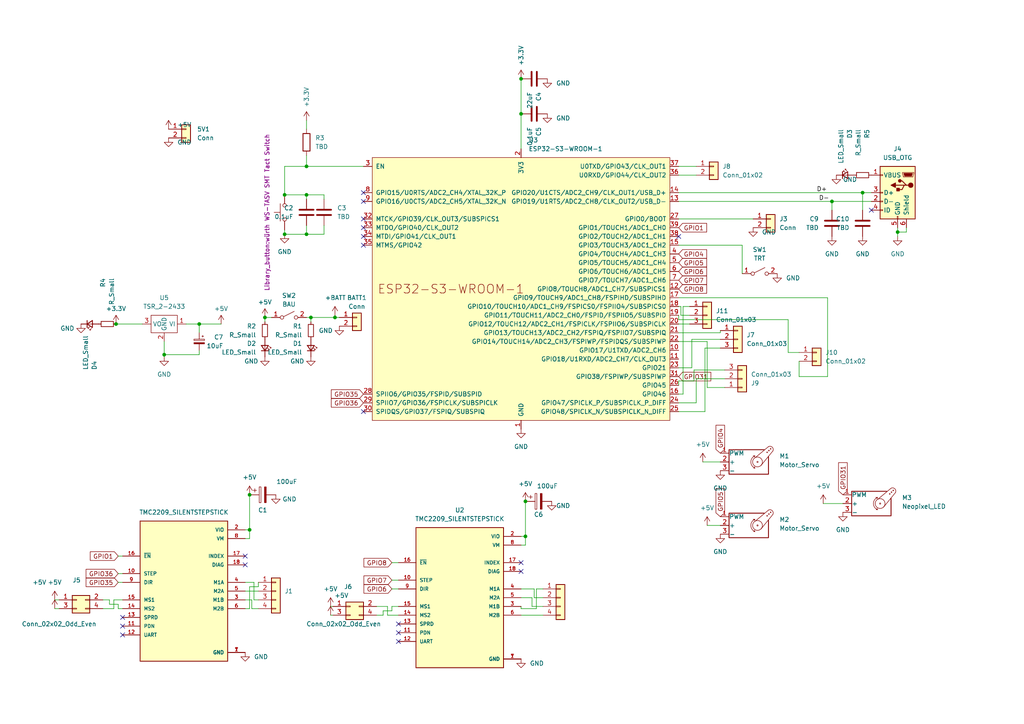
<source format=kicad_sch>
(kicad_sch (version 20230121) (generator eeschema)
  (paper "A4")
  (lib_symbols
    (symbol "Connector:USB_OTG" (pin_names (offset 1.016))
      (property "Reference" "J" (at -5.08 11.43 0))
      (property "Value" "USB_OTG" (at -5.08 8.89 0))
      (symbol "USB_OTG_0_1"
        (rectangle (start -5.08 -7.62) (end 5.08 7.62) (stroke (width 0.254)) (fill (type background)))
        (circle (center -3.81 2.159) (radius 0.635) (stroke (width 0.254)) (fill (type outline)))
        (circle (center -0.635 3.429) (radius 0.381) (stroke (width 0.254)) (fill (type outline)))
        (rectangle (start -0.127 -7.62) (end 0.127 -6.858))
        (polyline (pts (xy -1.905 2.159) (xy 0.635 2.159)) (stroke (width 0.254)))
        (polyline (pts (xy -3.175 2.159) (xy -2.54 2.159) (xy -1.27 3.429) (xy -0.635 3.429)) (stroke (width 0.254)))
        (polyline (pts (xy -2.54 2.159) (xy -1.905 2.159) (xy -1.27 0.889) (xy 0 0.889)) (stroke (width 0.254)))
        (polyline (pts (xy 0.635 2.794) (xy 0.635 1.524) (xy 1.905 2.159) (xy 0.635 2.794)) (stroke (width 0.254)) (fill (type outline)))
        (polyline (pts (xy -4.318 5.588) (xy -1.778 5.588) (xy -2.032 4.826) (xy -4.064 4.826) (xy -4.318 5.588)) (fill (type outline)))
        (polyline (pts (xy -4.699 5.842) (xy -4.699 5.588) (xy -4.445 4.826) (xy -4.445 4.572) (xy -1.651 4.572) (xy -1.651 4.826) (xy -1.397 5.588) (xy -1.397 5.842) (xy -4.699 5.842)))
        (rectangle (start 0.254 1.27) (end -0.508 0.508) (stroke (width 0.254)) (fill (type outline)))
        (rectangle (start 5.08 -5.207) (end 4.318 -4.953))
        (rectangle (start 5.08 -2.667) (end 4.318 -2.413))
        (rectangle (start 5.08 -0.127) (end 4.318 0.127))
        (rectangle (start 5.08 4.953) (end 4.318 5.207))
      )
      (symbol "USB_OTG_1_1"
        (pin passive line (at 7.62 5.08 180) (length 2.54) (name "VBUS") (number "1"))
        (pin bidirectional line (at 7.62 -2.54 180) (length 2.54) (name "D-") (number "2"))
        (pin bidirectional line (at 7.62 0 180) (length 2.54) (name "D+") (number "3"))
        (pin passive line (at 7.62 -5.08 180) (length 2.54) (name "ID") (number "4"))
        (pin passive line (at 0 -10.16 90) (length 2.54) (name "GND") (number "5"))
        (pin passive line (at -2.54 -10.16 90) (length 2.54) (name "Shield") (number "6"))
      )
    )
    (symbol "Connector_Generic:Conn_01x02" (pin_names (offset 1.016) hide)
      (property "Reference" "J" (at 0 2.54 0))
      (property "Value" "Conn_01x02" (at 0 -5.08 0))
      (symbol "Conn_01x02_1_1"
        (rectangle (start -1.27 -2.413) (end 0 -2.667) (stroke (width 0.1524)))
        (rectangle (start -1.27 0.127) (end 0 -0.127) (stroke (width 0.1524)))
        (rectangle (start -1.27 1.27) (end 1.27 -3.81) (stroke (width 0.254)) (fill (type background)))
        (pin passive line (at -5.08 0 0) (length 3.81) (name "Pin_1") (number "1"))
        (pin passive line (at -5.08 -2.54 0) (length 3.81) (name "Pin_2") (number "2"))
      )
    )
    (symbol "Connector_Generic:Conn_01x03" (pin_names (offset 1.016) hide)
      (property "Reference" "J" (at 0 5.08 0))
      (property "Value" "Conn_01x03" (at 0 -5.08 0))
      (symbol "Conn_01x03_1_1"
        (rectangle (start -1.27 -2.413) (end 0 -2.667) (stroke (width 0.1524)))
        (rectangle (start -1.27 0.127) (end 0 -0.127) (stroke (width 0.1524)))
        (rectangle (start -1.27 2.667) (end 0 2.413) (stroke (width 0.1524)))
        (rectangle (start -1.27 3.81) (end 1.27 -3.81) (stroke (width 0.254)) (fill (type background)))
        (pin passive line (at -5.08 2.54 0) (length 3.81) (name "Pin_1") (number "1"))
        (pin passive line (at -5.08 0 0) (length 3.81) (name "Pin_2") (number "2"))
        (pin passive line (at -5.08 -2.54 0) (length 3.81) (name "Pin_3") (number "3"))
      )
    )
    (symbol "Connector_Generic:Conn_01x04" (pin_names (offset 1.016) hide)
      (property "Reference" "J" (at 0 5.08 0))
      (property "Value" "Conn_01x04" (at 0 -7.62 0))
      (symbol "Conn_01x04_1_1"
        (rectangle (start -1.27 -4.953) (end 0 -5.207) (stroke (width 0.1524)))
        (rectangle (start -1.27 -2.413) (end 0 -2.667) (stroke (width 0.1524)))
        (rectangle (start -1.27 0.127) (end 0 -0.127) (stroke (width 0.1524)))
        (rectangle (start -1.27 2.667) (end 0 2.413) (stroke (width 0.1524)))
        (rectangle (start -1.27 3.81) (end 1.27 -6.35) (stroke (width 0.254)) (fill (type background)))
        (pin passive line (at -5.08 2.54 0) (length 3.81) (name "Pin_1") (number "1"))
        (pin passive line (at -5.08 0 0) (length 3.81) (name "Pin_2") (number "2"))
        (pin passive line (at -5.08 -2.54 0) (length 3.81) (name "Pin_3") (number "3"))
        (pin passive line (at -5.08 -5.08 0) (length 3.81) (name "Pin_4") (number "4"))
      )
    )
    (symbol "Connector_Generic:Conn_02x02_Odd_Even" (pin_names (offset 1.016) hide)
      (property "Reference" "J" (at 1.27 2.54 0))
      (property "Value" "Conn_02x02_Odd_Even" (at 1.27 -5.08 0))
      (symbol "Conn_02x02_Odd_Even_1_1"
        (rectangle (start -1.27 -2.413) (end 0 -2.667) (stroke (width 0.1524)))
        (rectangle (start -1.27 0.127) (end 0 -0.127) (stroke (width 0.1524)))
        (rectangle (start -1.27 1.27) (end 3.81 -3.81) (stroke (width 0.254)) (fill (type background)))
        (rectangle (start 3.81 -2.413) (end 2.54 -2.667) (stroke (width 0.1524)))
        (rectangle (start 3.81 0.127) (end 2.54 -0.127) (stroke (width 0.1524)))
        (pin passive line (at -5.08 0 0) (length 3.81) (name "Pin_1") (number "1"))
        (pin passive line (at 7.62 0 180) (length 3.81) (name "Pin_2") (number "2"))
        (pin passive line (at -5.08 -2.54 0) (length 3.81) (name "Pin_3") (number "3"))
        (pin passive line (at 7.62 -2.54 180) (length 3.81) (name "Pin_4") (number "4"))
      )
    )
    (symbol "Device:C" (pin_numbers hide) (pin_names (offset 0.254))
      (property "Reference" "C" (at 0.635 2.54 0))
      (property "Value" "C" (at 0.635 -2.54 0))
      (symbol "C_0_1"
        (polyline (pts (xy -2.032 -0.762) (xy 2.032 -0.762)) (stroke (width 0.508)))
        (polyline (pts (xy -2.032 0.762) (xy 2.032 0.762)) (stroke (width 0.508)))
      )
      (symbol "C_1_1"
        (pin passive line (at 0 3.81 270) (length 2.794) (name "~") (number "1"))
        (pin passive line (at 0 -3.81 90) (length 2.794) (name "~") (number "2"))
      )
    )
    (symbol "Device:C_Polarized" (pin_numbers hide) (pin_names (offset 0.254))
      (property "Reference" "C" (at 0.635 2.54 0))
      (property "Value" "C_Polarized" (at 0.635 -2.54 0))
      (symbol "C_Polarized_0_1"
        (rectangle (start -2.286 0.508) (end 2.286 1.016))
        (polyline (pts (xy -1.778 2.286) (xy -0.762 2.286)))
        (polyline (pts (xy -1.27 2.794) (xy -1.27 1.778)))
        (rectangle (start 2.286 -0.508) (end -2.286 -1.016) (fill (type outline)))
      )
      (symbol "C_Polarized_1_1"
        (pin passive line (at 0 3.81 270) (length 2.794) (name "~") (number "1"))
        (pin passive line (at 0 -3.81 90) (length 2.794) (name "~") (number "2"))
      )
    )
    (symbol "Device:C_Polarized_Small" (pin_numbers hide) (pin_names (offset 0.254) hide)
      (property "Reference" "C" (at 0.254 1.778 0))
      (property "Value" "C_Polarized_Small" (at 0.254 -2.032 0))
      (symbol "C_Polarized_Small_0_1"
        (rectangle (start -1.524 -0.3048) (end 1.524 -0.6858) (fill (type outline)))
        (rectangle (start -1.524 0.6858) (end 1.524 0.3048))
        (polyline (pts (xy -1.27 1.524) (xy -0.762 1.524)))
        (polyline (pts (xy -1.016 1.27) (xy -1.016 1.778)))
      )
      (symbol "C_Polarized_Small_1_1"
        (pin passive line (at 0 2.54 270) (length 1.8542) (name "~") (number "1"))
        (pin passive line (at 0 -2.54 90) (length 1.8542) (name "~") (number "2"))
      )
    )
    (symbol "Device:LED_Small" (pin_numbers hide) (pin_names (offset 0.254) hide)
      (property "Reference" "D" (at -1.27 3.175 0))
      (property "Value" "LED_Small" (at -4.445 -2.54 0))
      (symbol "LED_Small_0_1"
        (polyline (pts (xy -0.762 -1.016) (xy -0.762 1.016)) (stroke (width 0.254)))
        (polyline (pts (xy 1.016 0) (xy -0.762 0)))
        (polyline (pts (xy 0.762 -1.016) (xy -0.762 0) (xy 0.762 1.016) (xy 0.762 -1.016)) (stroke (width 0.254)))
        (polyline (pts (xy 0 0.762) (xy -0.508 1.27) (xy -0.254 1.27) (xy -0.508 1.27) (xy -0.508 1.016)))
        (polyline (pts (xy 0.508 1.27) (xy 0 1.778) (xy 0.254 1.778) (xy 0 1.778) (xy 0 1.524)))
      )
      (symbol "LED_Small_1_1"
        (pin passive line (at -2.54 0 0) (length 1.778) (name "K") (number "1"))
        (pin passive line (at 2.54 0 180) (length 1.778) (name "A") (number "2"))
      )
    )
    (symbol "Device:R" (pin_numbers hide) (pin_names (offset 0))
      (property "Reference" "R" (at 2.032 0 90))
      (property "Value" "R" (at 0 0 90))
      (symbol "R_0_1"
        (rectangle (start -1.016 -2.54) (end 1.016 2.54) (stroke (width 0.254)))
      )
      (symbol "R_1_1"
        (pin passive line (at 0 3.81 270) (length 1.27) (name "~") (number "1"))
        (pin passive line (at 0 -3.81 90) (length 1.27) (name "~") (number "2"))
      )
    )
    (symbol "Device:R_Small" (pin_numbers hide) (pin_names (offset 0.254) hide)
      (property "Reference" "R" (at 0.762 0.508 0))
      (property "Value" "R_Small" (at 0.762 -1.016 0))
      (symbol "R_Small_0_1"
        (rectangle (start -0.762 1.778) (end 0.762 -1.778) (stroke (width 0.2032)))
      )
      (symbol "R_Small_1_1"
        (pin passive line (at 0 2.54 270) (length 0.762) (name "~") (number "1"))
        (pin passive line (at 0 -2.54 90) (length 0.762) (name "~") (number "2"))
      )
    )
    (symbol "ESP32:ESP32-S3-WROOM-1" (pin_names (offset 1.016))
      (property "Reference" "U" (at -43.18 43.18 0))
      (property "Value" "ESP32-S3-WROOM-1" (at -43.18 40.64 0))
      (symbol "ESP32-S3-WROOM-1_0_0"
        (text "ESP32-S3-WROOM-1" (at -20.32 0 0) (effects (font (size 2.54 2.54))))
        (pin power_in line (at 0 -40.64 90) (length 2.54) (name "GND") (number "1"))
        (pin bidirectional line (at 45.72 -17.78 180) (length 2.54) (name "GPIO17/U1TXD/ADC2_CH6") (number "10"))
        (pin bidirectional line (at 45.72 -20.32 180) (length 2.54) (name "GPIO18/U1RXD/ADC2_CH7/CLK_OUT3") (number "11"))
        (pin bidirectional line (at 45.72 0 180) (length 2.54) (name "GPIO8/TOUCH8/ADC1_CH7/SUBSPICS1") (number "12"))
        (pin bidirectional line (at 45.72 25.4 180) (length 2.54) (name "GPIO19/U1RTS/ADC2_CH8/CLK_OUT2/USB_D-") (number "13"))
        (pin bidirectional line (at 45.72 27.94 180) (length 2.54) (name "GPIO20/U1CTS/ADC2_CH9/CLK_OUT1/USB_D+") (number "14"))
        (pin bidirectional line (at 45.72 12.7 180) (length 2.54) (name "GPIO3/TOUCH3/ADC1_CH2") (number "15"))
        (pin bidirectional line (at 45.72 -30.48 180) (length 2.54) (name "GPIO46") (number "16"))
        (pin bidirectional line (at 45.72 -2.54 180) (length 2.54) (name "GPIO9/TOUCH9/ADC1_CH8/FSPIHD/SUBSPIHD") (number "17"))
        (pin bidirectional line (at 45.72 -5.08 180) (length 2.54) (name "GPIO10/TOUCH10/ADC1_CH9/FSPICS0/FSPIIO4/SUBSPICS0") (number "18"))
        (pin bidirectional line (at 45.72 -7.62 180) (length 2.54) (name "GPIO11/TOUCH11/ADC2_CH0/FSPID/FSPIIO5/SUBSPID") (number "19"))
        (pin power_in line (at 0 40.64 270) (length 2.54) (name "3V3") (number "2"))
        (pin bidirectional line (at 45.72 -10.16 180) (length 2.54) (name "GPIO12/TOUCH12/ADC2_CH1/FSPICLK/FSPIIO6/SUBSPICLK") (number "20"))
        (pin bidirectional line (at 45.72 -12.7 180) (length 2.54) (name "GPIO13/TOUCH13/ADC2_CH2/FSPIQ/FSPIIO7/SUBSPIQ") (number "21"))
        (pin bidirectional line (at 45.72 -15.24 180) (length 2.54) (name "GPIO14/TOUCH14/ADC2_CH3/FSPIWP/FSPIDQS/SUBSPIWP") (number "22"))
        (pin bidirectional line (at 45.72 -22.86 180) (length 2.54) (name "GPIO21") (number "23"))
        (pin bidirectional line (at 45.72 -33.02 180) (length 2.54) (name "GPIO47/SPICLK_P/SUBSPICLK_P_DIFF") (number "24"))
        (pin bidirectional line (at 45.72 -35.56 180) (length 2.54) (name "GPIO48/SPICLK_N/SUBSPICLK_N_DIFF") (number "25"))
        (pin bidirectional line (at 45.72 -27.94 180) (length 2.54) (name "GPIO45") (number "26"))
        (pin bidirectional line (at 45.72 20.32 180) (length 2.54) (name "GPIO0/BOOT") (number "27"))
        (pin bidirectional line (at -45.72 -30.48 0) (length 2.54) (name "SPIIO6/GPIO35/FSPID/SUBSPID") (number "28"))
        (pin bidirectional line (at -45.72 -33.02 0) (length 2.54) (name "SPIIO7/GPIO36/FSPICLK/SUBSPICLK") (number "29"))
        (pin input line (at -45.72 35.56 0) (length 2.54) (name "EN") (number "3"))
        (pin bidirectional line (at -45.72 -35.56 0) (length 2.54) (name "SPIDQS/GPIO37/FSPIQ/SUBSPIQ") (number "30"))
        (pin bidirectional line (at 45.72 -25.4 180) (length 2.54) (name "GPIO38/FSPIWP/SUBSPIWP") (number "31"))
        (pin bidirectional line (at -45.72 20.32 0) (length 2.54) (name "MTCK/GPIO39/CLK_OUT3/SUBSPICS1") (number "32"))
        (pin bidirectional line (at -45.72 17.78 0) (length 2.54) (name "MTDO/GPIO40/CLK_OUT2") (number "33"))
        (pin bidirectional line (at -45.72 15.24 0) (length 2.54) (name "MTDI/GPIO41/CLK_OUT1") (number "34"))
        (pin bidirectional line (at -45.72 12.7 0) (length 2.54) (name "MTMS/GPIO42") (number "35"))
        (pin bidirectional line (at 45.72 33.02 180) (length 2.54) (name "U0RXD/GPIO44/CLK_OUT2") (number "36"))
        (pin bidirectional line (at 45.72 35.56 180) (length 2.54) (name "U0TXD/GPIO43/CLK_OUT1") (number "37"))
        (pin bidirectional line (at 45.72 15.24 180) (length 2.54) (name "GPIO2/TOUCH2/ADC1_CH1") (number "38"))
        (pin bidirectional line (at 45.72 17.78 180) (length 2.54) (name "GPIO1/TOUCH1/ADC1_CH0") (number "39"))
        (pin bidirectional line (at 45.72 10.16 180) (length 2.54) (name "GPIO4/TOUCH4/ADC1_CH3") (number "4"))
        (pin passive line (at 0 -40.64 90) (length 2.54) hide (name "GND") (number "40"))
        (pin passive line (at 0 -40.64 90) (length 2.54) hide (name "GND") (number "41"))
        (pin bidirectional line (at 45.72 7.62 180) (length 2.54) (name "GPIO5/TOUCH5/ADC1_CH4") (number "5"))
        (pin bidirectional line (at 45.72 5.08 180) (length 2.54) (name "GPIO6/TOUCH6/ADC1_CH5") (number "6"))
        (pin bidirectional line (at 45.72 2.54 180) (length 2.54) (name "GPIO7/TOUCH7/ADC1_CH6") (number "7"))
        (pin bidirectional line (at -45.72 27.94 0) (length 2.54) (name "GPIO15/U0RTS/ADC2_CH4/XTAL_32K_P") (number "8"))
        (pin bidirectional line (at -45.72 25.4 0) (length 2.54) (name "GPIO16/U0CTS/ADC2_CH5/XTAL_32K_N") (number "9"))
      )
      (symbol "ESP32-S3-WROOM-1_0_1"
        (rectangle (start -43.18 38.1) (end 43.18 -38.1) (fill (type background)))
      )
    )
    (symbol "Motor:Motor_Servo" (pin_names (offset 0.0254))
      (property "Reference" "M" (at -5.08 4.445 0))
      (property "Value" "Motor_Servo" (at -5.08 -4.064 0))
      (symbol "Motor_Servo_0_1"
        (polyline (pts (xy 2.413 -1.778) (xy 2.032 -1.778)))
        (polyline (pts (xy 2.413 -1.778) (xy 2.286 -1.397)))
        (polyline (pts (xy 2.413 1.778) (xy 1.905 1.778)))
        (polyline (pts (xy 2.413 1.778) (xy 2.286 1.397)))
        (polyline (pts (xy 6.35 4.445) (xy 2.54 1.27)))
        (polyline (pts (xy 7.62 3.175) (xy 4.191 -1.016)))
        (polyline (pts (xy 5.08 3.556) (xy -5.08 3.556) (xy -5.08 -3.556) (xy 6.35 -3.556) (xy 6.35 1.524)) (stroke (width 0.254)))
        (arc (start 2.413 1.778) (mid 1.2406 0) (end 2.413 -1.778))
        (circle (center 3.175 0) (radius 0.1778))
        (circle (center 3.175 0) (radius 1.4224))
        (circle (center 5.969 2.794) (radius 0.127))
        (circle (center 6.477 3.302) (radius 0.127))
        (circle (center 6.985 3.81) (radius 0.127))
        (arc (start 7.62 3.175) (mid 7.4485 4.2735) (end 6.35 4.445))
      )
      (symbol "Motor_Servo_1_1"
        (pin passive line (at -7.62 2.54 0) (length 2.54) (name "PWM") (number "1"))
        (pin passive line (at -7.62 0 0) (length 2.54) (name "+") (number "2"))
        (pin passive line (at -7.62 -2.54 0) (length 2.54) (name "-") (number "3"))
      )
    )
    (symbol "Switch:SW_Push" (pin_numbers hide) (pin_names (offset 1.016) hide)
      (property "Reference" "SW" (at 1.27 2.54 0))
      (property "Value" "SW_Push" (at 0 -1.524 0))
      (symbol "SW_Push_0_1"
        (circle (center -2.032 0) (radius 0.508))
        (polyline (pts (xy 0 1.27) (xy 0 3.048)))
        (polyline (pts (xy 2.54 1.27) (xy -2.54 1.27)))
        (circle (center 2.032 0) (radius 0.508))
        (pin passive line (at -5.08 0 0) (length 2.54) (name "1") (number "1"))
        (pin passive line (at 5.08 0 180) (length 2.54) (name "2") (number "2"))
      )
    )
    (symbol "Switch:SW_SPST" (pin_names (offset 0) hide)
      (property "Reference" "SW" (at 0 3.175 0))
      (property "Value" "SW_SPST" (at 0 -2.54 0))
      (symbol "SW_SPST_0_0"
        (circle (center -2.032 0) (radius 0.508))
        (polyline (pts (xy -1.524 0.254) (xy 1.524 1.778)))
        (circle (center 2.032 0) (radius 0.508))
      )
      (symbol "SW_SPST_1_1"
        (pin passive line (at -5.08 0 0) (length 2.54) (name "A") (number "1"))
        (pin passive line (at 5.08 0 180) (length 2.54) (name "B") (number "2"))
      )
    )
    (symbol "TMC2209:TMC2209_SILENTSTEPSTICK" (pin_names (offset 1.016))
      (property "Reference" "U" (at -12.7 22.86 0))
      (property "Value" "TMC2209_SILENTSTEPSTICK" (at -12.7 -22.86 0))
      (symbol "TMC2209_SILENTSTEPSTICK_0_0"
        (rectangle (start -12.7 -20.32) (end 12.7 20.32) (stroke (width 0.254)) (fill (type background)))
        (pin power_in line (at 17.78 -17.78 180) (length 5.08) (name "GND") (number "1"))
        (pin input line (at -17.78 5.08 0) (length 5.08) (name "STEP") (number "10"))
        (pin bidirectional line (at -17.78 -10.16 0) (length 5.08) (name "PDN") (number "11"))
        (pin bidirectional line (at -17.78 -12.7 0) (length 5.08) (name "UART") (number "12"))
        (pin input line (at -17.78 -7.62 0) (length 5.08) (name "SPRD") (number "13"))
        (pin input line (at -17.78 -5.08 0) (length 5.08) (name "MS2") (number "14"))
        (pin input line (at -17.78 -2.54 0) (length 5.08) (name "MS1") (number "15"))
        (pin input line (at -17.78 10.16 0) (length 5.08) (name "~{EN}") (number "16"))
        (pin output line (at 17.78 10.16 180) (length 5.08) (name "INDEX") (number "17"))
        (pin output line (at 17.78 7.62 180) (length 5.08) (name "DIAG") (number "18"))
        (pin power_in line (at 17.78 17.78 180) (length 5.08) (name "VIO") (number "2"))
        (pin output line (at 17.78 -2.54 180) (length 5.08) (name "M1B") (number "3"))
        (pin output line (at 17.78 2.54 180) (length 5.08) (name "M1A") (number "4"))
        (pin output line (at 17.78 0 180) (length 5.08) (name "M2A") (number "5"))
        (pin output line (at 17.78 -5.08 180) (length 5.08) (name "M2B") (number "6"))
        (pin power_in line (at 17.78 -17.78 180) (length 5.08) (name "GND") (number "7"))
        (pin power_in line (at 17.78 15.24 180) (length 5.08) (name "VM") (number "8"))
        (pin input line (at -17.78 2.54 0) (length 5.08) (name "DIR") (number "9"))
      )
    )
    (symbol "power:+3.3V" (power) (pin_names (offset 0))
      (property "Value" "+3.3V" (at 0 3.556 0))
      (symbol "+3.3V_0_1"
        (polyline (pts (xy -0.762 1.27) (xy 0 2.54)))
        (polyline (pts (xy 0 0) (xy 0 2.54)))
        (polyline (pts (xy 0 2.54) (xy 0.762 1.27)))
      )
      (symbol "+3.3V_1_1"
        (pin power_in line (at 0 0 90) (length 0) hide (name "+3.3V") (number "1"))
      )
    )
    (symbol "power:+5V" (power) (pin_names (offset 0))
      (property "Value" "+5V" (at 0 3.556 0))
      (symbol "+5V_0_1"
        (polyline (pts (xy -0.762 1.27) (xy 0 2.54)))
        (polyline (pts (xy 0 0) (xy 0 2.54)))
        (polyline (pts (xy 0 2.54) (xy 0.762 1.27)))
      )
      (symbol "+5V_1_1"
        (pin power_in line (at 0 0 90) (length 0) hide (name "+5V") (number "1"))
      )
    )
    (symbol "power:+BATT" (power) (pin_names (offset 0))
      (property "Value" "+BATT" (at 0 3.556 0))
      (symbol "+BATT_0_1"
        (polyline (pts (xy -0.762 1.27) (xy 0 2.54)))
        (polyline (pts (xy 0 0) (xy 0 2.54)))
        (polyline (pts (xy 0 2.54) (xy 0.762 1.27)))
      )
      (symbol "+BATT_1_1"
        (pin power_in line (at 0 0 90) (length 0) hide (name "+BATT") (number "1"))
      )
    )
    (symbol "power:GND" (power) (pin_names (offset 0))
      (property "Value" "GND" (at 0 -3.81 0))
      (symbol "GND_0_1"
        (polyline (pts (xy 0 0) (xy 0 -1.27) (xy 1.27 -1.27) (xy 0 -2.54) (xy -1.27 -1.27) (xy 0 -1.27)))
      )
      (symbol "GND_1_1"
        (pin power_in line (at 0 0 270) (length 0) hide (name "GND") (number "1"))
      )
    )
    (symbol "traco:TSR_2-2433"
      (property "Reference" "U" (at 0 5.08 0))
      (property "Value" "TSR_2-2433" (at 0 3.81 0))
      (symbol "TSR_2-2433_0_1"
        (rectangle (start -3.81 2.54) (end 3.81 -2.54))
      )
      (symbol "TSR_2-2433_1_1"
        (pin free line (at -6.35 0 0) (length 2.54) (name "VI") (number "1"))
        (pin free line (at 0 -5.08 90) (length 2.54) (name "GND") (number "2"))
        (pin free line (at 6.35 0 180) (length 2.54) (name "VO") (number "3"))
      )
    )
  )
  (junction (at 88.9 48.26))
  (junction (at 76.835 92.075))
  (junction (at 152.4 145.415))
  (junction (at 88.9 56.515))
  (junction (at 151.13 33.02))
  (junction (at 72.39 143.51))
  (junction (at 72.39 153.67))
  (junction (at 90.17 92.075))
  (junction (at 82.55 67.945))
  (junction (at 33.655 93.98))
  (junction (at 250.19 55.88))
  (junction (at 82.55 56.515))
  (junction (at 152.4 155.575))
  (junction (at 88.9 67.945))
  (junction (at 97.155 92.075))
  (junction (at 260.35 67.31))
  (junction (at 47.625 102.87))
  (junction (at 57.785 93.98))
  (junction (at 151.13 22.86))
  (junction (at 241.3 58.42))
  (no_connect (at 105.41 55.88))
  (no_connect (at 105.41 68.58))
  (no_connect (at 71.12 161.29))
  (no_connect (at 105.41 63.5))
  (no_connect (at 115.57 183.515))
  (no_connect (at 115.57 186.055))
  (no_connect (at 115.57 180.975))
  (no_connect (at 196.85 68.58))
  (no_connect (at 35.56 179.07))
  (no_connect (at 35.56 184.15))
  (no_connect (at 151.13 163.195))
  (no_connect (at 71.12 163.83))
  (no_connect (at 105.41 58.42))
  (no_connect (at 105.41 66.04))
  (no_connect (at 35.56 181.61))
  (no_connect (at 252.73 60.96))
  (no_connect (at 151.13 165.735))
  (no_connect (at 105.41 71.12))
  (no_connect (at 105.41 119.38))
  (wire (pts (xy 260.35 67.31) (xy 260.35 68.58)))
  (wire (pts (xy 72.39 153.67) (xy 71.12 153.67)))
  (wire (pts (xy 228.6 92.71) (xy 228.6 102.235)))
  (wire (pts (xy 152.4 155.575) (xy 151.13 155.575)))
  (wire (pts (xy 196.85 92.71) (xy 228.6 92.71)))
  (wire (pts (xy 98.425 92.075) (xy 97.155 92.075)))
  (wire (pts (xy 204.47 100.965) (xy 208.915 100.965)))
  (wire (pts (xy 112.395 178.435) (xy 115.57 178.435)))
  (wire (pts (xy 82.55 67.945) (xy 82.55 66.675)))
  (wire (pts (xy 204.47 119.38) (xy 204.47 100.965)))
  (wire (pts (xy 231.775 104.775) (xy 231.775 109.22)))
  (wire (pts (xy 151.13 158.115) (xy 152.4 158.115)))
  (wire (pts (xy 196.85 86.36) (xy 240.03 86.36)))
  (wire (pts (xy 57.785 102.87) (xy 47.625 102.87)))
  (wire (pts (xy 74.93 176.53) (xy 73.025 176.53)))
  (wire (pts (xy 34.29 176.53) (xy 35.56 176.53)))
  (wire (pts (xy 88.9 65.405) (xy 88.9 67.945)))
  (wire (pts (xy 31.75 175.26) (xy 34.29 175.26)))
  (wire (pts (xy 154.94 173.355) (xy 154.94 170.815)))
  (wire (pts (xy 47.625 99.06) (xy 47.625 102.87)))
  (wire (pts (xy 93.98 67.945) (xy 88.9 67.945)))
  (wire (pts (xy 72.39 156.21) (xy 72.39 153.67)))
  (wire (pts (xy 260.35 67.31) (xy 260.35 66.04)))
  (wire (pts (xy 33.02 176.53) (xy 33.02 173.99)))
  (wire (pts (xy 151.13 22.86) (xy 151.13 33.02)))
  (wire (pts (xy 33.02 173.99) (xy 35.56 173.99)))
  (wire (pts (xy 198.12 88.9) (xy 198.12 114.3)))
  (wire (pts (xy 74.93 170.18) (xy 74.93 168.91)))
  (wire (pts (xy 196.85 106.68) (xy 200.66 106.68)))
  (wire (pts (xy 34.29 168.91) (xy 35.56 168.91)))
  (wire (pts (xy 197.485 91.44) (xy 197.485 88.9)))
  (wire (pts (xy 71.12 156.21) (xy 72.39 156.21)))
  (wire (pts (xy 240.03 109.22) (xy 240.03 86.36)))
  (wire (pts (xy 113.665 168.275) (xy 115.57 168.275)))
  (wire (pts (xy 196.85 93.98) (xy 200.025 93.98)))
  (wire (pts (xy 200.025 91.44) (xy 197.485 91.44)))
  (wire (pts (xy 196.85 119.38) (xy 204.47 119.38)))
  (wire (pts (xy 154.305 173.355) (xy 151.13 173.355)))
  (wire (pts (xy 15.875 173.99) (xy 17.145 173.99)))
  (wire (pts (xy 111.125 177.165) (xy 113.665 177.165)))
  (wire (pts (xy 152.4 145.415) (xy 152.4 155.575)))
  (wire (pts (xy 95.885 178.435) (xy 96.52 178.435)))
  (wire (pts (xy 15.875 176.53) (xy 17.145 176.53)))
  (wire (pts (xy 57.785 93.98) (xy 57.785 96.52)))
  (wire (pts (xy 112.395 175.895) (xy 112.395 178.435)))
  (wire (pts (xy 74.93 173.99) (xy 73.66 173.99)))
  (wire (pts (xy 73.025 173.99) (xy 71.12 173.99)))
  (wire (pts (xy 151.13 178.435) (xy 157.48 178.435)))
  (wire (pts (xy 72.39 170.18) (xy 74.93 170.18)))
  (wire (pts (xy 72.39 176.53) (xy 72.39 170.18)))
  (wire (pts (xy 210.185 109.855) (xy 201.93 109.855)))
  (wire (pts (xy 151.13 33.02) (xy 151.13 43.18)))
  (wire (pts (xy 111.125 178.435) (xy 111.125 177.165)))
  (wire (pts (xy 238.76 146.05) (xy 244.475 146.05)))
  (wire (pts (xy 157.48 175.895) (xy 154.305 175.895)))
  (wire (pts (xy 154.94 170.815) (xy 151.13 170.815)))
  (wire (pts (xy 34.29 166.37) (xy 35.56 166.37)))
  (wire (pts (xy 198.12 114.3) (xy 196.85 114.3)))
  (wire (pts (xy 241.3 58.42) (xy 241.3 60.96)))
  (wire (pts (xy 196.85 111.76) (xy 196.85 110.49)))
  (wire (pts (xy 71.12 171.45) (xy 74.93 171.45)))
  (wire (pts (xy 250.19 55.88) (xy 250.19 60.96)))
  (wire (pts (xy 241.3 58.42) (xy 252.73 58.42)))
  (wire (pts (xy 154.305 175.895) (xy 154.305 173.355)))
  (wire (pts (xy 201.295 107.315) (xy 210.185 107.315)))
  (wire (pts (xy 78.74 92.075) (xy 76.835 92.075)))
  (wire (pts (xy 196.85 96.52) (xy 208.915 96.52)))
  (wire (pts (xy 71.12 176.53) (xy 72.39 176.53)))
  (wire (pts (xy 113.665 163.195) (xy 115.57 163.195)))
  (wire (pts (xy 73.025 176.53) (xy 73.025 173.99)))
  (wire (pts (xy 203.835 133.985) (xy 208.915 133.985)))
  (wire (pts (xy 231.775 109.22) (xy 240.03 109.22)))
  (wire (pts (xy 88.9 45.085) (xy 88.9 48.26)))
  (wire (pts (xy 208.915 96.52) (xy 208.915 95.885)))
  (wire (pts (xy 97.155 92.075) (xy 90.17 92.075)))
  (wire (pts (xy 93.98 65.405) (xy 93.98 67.945)))
  (wire (pts (xy 196.85 58.42) (xy 241.3 58.42)))
  (wire (pts (xy 34.29 175.26) (xy 34.29 176.53)))
  (wire (pts (xy 197.485 88.9) (xy 196.85 88.9)))
  (wire (pts (xy 210.185 112.395) (xy 205.105 112.395)))
  (wire (pts (xy 196.85 91.44) (xy 196.85 92.71)))
  (wire (pts (xy 82.55 48.26) (xy 82.55 56.515)))
  (wire (pts (xy 88.9 48.26) (xy 105.41 48.26)))
  (wire (pts (xy 31.75 173.99) (xy 31.75 175.26)))
  (wire (pts (xy 157.48 173.355) (xy 154.94 173.355)))
  (wire (pts (xy 201.295 110.49) (xy 201.295 107.315)))
  (wire (pts (xy 93.98 56.515) (xy 88.9 56.515)))
  (wire (pts (xy 95.885 175.895) (xy 96.52 175.895)))
  (wire (pts (xy 90.17 92.075) (xy 90.17 93.345)))
  (wire (pts (xy 196.85 48.26) (xy 201.93 48.26)))
  (wire (pts (xy 201.93 109.855) (xy 201.93 116.84)))
  (wire (pts (xy 57.785 93.98) (xy 53.975 93.98)))
  (wire (pts (xy 262.89 67.31) (xy 260.35 67.31)))
  (wire (pts (xy 200.66 98.425) (xy 208.915 98.425)))
  (wire (pts (xy 113.665 177.165) (xy 113.665 175.895)))
  (wire (pts (xy 113.665 170.815) (xy 115.57 170.815)))
  (wire (pts (xy 157.48 170.815) (xy 155.575 170.815)))
  (wire (pts (xy 252.73 55.88) (xy 250.19 55.88)))
  (wire (pts (xy 262.89 66.04) (xy 262.89 67.31)))
  (wire (pts (xy 41.275 93.98) (xy 33.655 93.98)))
  (wire (pts (xy 113.665 175.895) (xy 115.57 175.895)))
  (wire (pts (xy 205.105 99.06) (xy 196.85 99.06)))
  (wire (pts (xy 90.17 92.075) (xy 88.9 92.075)))
  (wire (pts (xy 93.98 57.785) (xy 93.98 56.515)))
  (wire (pts (xy 109.22 178.435) (xy 111.125 178.435)))
  (wire (pts (xy 205.105 152.4) (xy 208.915 152.4)))
  (wire (pts (xy 200.66 106.68) (xy 200.66 98.425)))
  (wire (pts (xy 88.9 34.925) (xy 88.9 37.465)))
  (wire (pts (xy 155.575 176.53) (xy 151.13 176.53)))
  (wire (pts (xy 97.155 91.44) (xy 97.155 92.075)))
  (wire (pts (xy 196.85 71.12) (xy 215.265 71.12)))
  (wire (pts (xy 201.93 116.84) (xy 196.85 116.84)))
  (wire (pts (xy 47.625 103.505) (xy 47.625 102.87)))
  (wire (pts (xy 34.29 161.29) (xy 35.56 161.29)))
  (wire (pts (xy 72.39 143.51) (xy 72.39 153.67)))
  (wire (pts (xy 196.85 110.49) (xy 201.295 110.49)))
  (wire (pts (xy 109.22 175.895) (xy 112.395 175.895)))
  (wire (pts (xy 151.13 176.53) (xy 151.13 175.895)))
  (wire (pts (xy 82.55 67.945) (xy 88.9 67.945)))
  (wire (pts (xy 57.785 101.6) (xy 57.785 102.87)))
  (wire (pts (xy 196.85 50.8) (xy 201.93 50.8)))
  (wire (pts (xy 64.135 93.98) (xy 57.785 93.98)))
  (wire (pts (xy 152.4 158.115) (xy 152.4 155.575)))
  (wire (pts (xy 29.845 173.99) (xy 31.75 173.99)))
  (wire (pts (xy 82.55 48.26) (xy 88.9 48.26)))
  (wire (pts (xy 73.66 168.91) (xy 71.12 168.91)))
  (wire (pts (xy 215.265 71.12) (xy 215.265 79.375)))
  (wire (pts (xy 76.835 93.345) (xy 76.835 92.075)))
  (wire (pts (xy 196.85 63.5) (xy 218.44 63.5)))
  (wire (pts (xy 29.845 176.53) (xy 33.02 176.53)))
  (wire (pts (xy 155.575 170.815) (xy 155.575 176.53)))
  (wire (pts (xy 88.9 56.515) (xy 88.9 57.785)))
  (wire (pts (xy 198.12 88.9) (xy 200.025 88.9)))
  (wire (pts (xy 205.105 112.395) (xy 205.105 99.06)))
  (wire (pts (xy 73.66 173.99) (xy 73.66 168.91)))
  (wire (pts (xy 196.85 55.88) (xy 250.19 55.88)))
  (wire (pts (xy 82.55 56.515) (xy 88.9 56.515)))
  (wire (pts (xy 228.6 102.235) (xy 231.775 102.235)))
  (label "D-" (at 237.49 58.42 0))
  (label "D+" (at 236.855 55.88 0))
  (global_label "GPIO35" (shape input) (at 34.29 168.91 180) (property "Intersheetrefs" "${INTERSHEET_REFS}" (effects hide)))
  (global_label "GPIO36" (shape input) (at 34.29 166.37 180) (property "Intersheetrefs" "${INTERSHEET_REFS}" (effects hide)))
  (global_label "GPIO5" (shape input) (at 208.915 149.86 90) (property "Intersheetrefs" "${INTERSHEET_REFS}" (effects hide)))
  (global_label "GPIO8" (shape input) (at 113.665 163.195 180) (property "Intersheetrefs" "${INTERSHEET_REFS}" (effects hide)))
  (global_label "GPIO31" (shape input) (at 196.85 109.22 0) (property "Intersheetrefs" "${INTERSHEET_REFS}" (effects hide)))
  (global_label "GPIO6" (shape input) (at 113.665 170.815 180) (property "Intersheetrefs" "${INTERSHEET_REFS}" (effects hide)))
  (global_label "GPIO4" (shape input) (at 208.915 131.445 90) (property "Intersheetrefs" "${INTERSHEET_REFS}" (effects hide)))
  (global_label "GPIO35" (shape input) (at 105.41 114.3 180) (property "Intersheetrefs" "${INTERSHEET_REFS}" (effects hide)))
  (global_label "GPIO36" (shape input) (at 105.41 116.84 180) (property "Intersheetrefs" "${INTERSHEET_REFS}" (effects hide)))
  (global_label "GPIO5" (shape input) (at 196.85 76.2 0) (property "Intersheetrefs" "${INTERSHEET_REFS}" (effects hide)))
  (global_label "GPIO4" (shape input) (at 196.85 73.66 0) (property "Intersheetrefs" "${INTERSHEET_REFS}" (effects hide)))
  (global_label "GPIO31" (shape input) (at 244.475 143.51 90) (property "Intersheetrefs" "${INTERSHEET_REFS}" (effects hide)))
  (global_label "GPIO8" (shape input) (at 196.85 83.82 0) (property "Intersheetrefs" "${INTERSHEET_REFS}" (effects hide)))
  (global_label "GPIO6" (shape input) (at 196.85 78.74 0) (property "Intersheetrefs" "${INTERSHEET_REFS}" (effects hide)))
  (global_label "GPIO7" (shape input) (at 196.85 81.28 0) (property "Intersheetrefs" "${INTERSHEET_REFS}" (effects hide)))
  (global_label "GPIO1" (shape input) (at 34.29 161.29 180) (property "Intersheetrefs" "${INTERSHEET_REFS}" (effects hide)))
  (global_label "GPIO1" (shape input) (at 196.85 66.04 0) (property "Intersheetrefs" "${INTERSHEET_REFS}" (effects hide)))
  (global_label "GPIO7" (shape input) (at 113.665 168.275 180) (property "Intersheetrefs" "${INTERSHEET_REFS}" (effects hide)))
  (symbol (lib_id "power:GND") (at 90.17 103.505 0) (unit 1)
    (property "Reference" "#PWR05" (effects hide))
    (property "Value" "GND" (at 88.265 104.775 0) (effects (justify right)))
  )
  (symbol (lib_id "power:+BATT") (at 97.155 91.44 0) (unit 1)
    (property "Reference" "#PWR04" (effects hide))
    (property "Value" "+BATT" (at 100.33 86.36 0) (effects (justify right)))
  )
  (symbol (lib_id "Connector_Generic:Conn_01x03") (at 213.995 98.425 0) (unit 1)
    (property "Reference" "J7" (at 216.535 97.155 0) (effects (justify left)))
    (property "Value" "Conn_01x03" (at 216.535 99.695 0) (effects (justify left)))
    (property "Footprint" "Connector_PinHeader_2.54mm:PinHeader_1x03_P2.54mm_Vertical" (effects hide))
  )
  (symbol (lib_id "Device:C_Polarized_Small") (at 57.785 99.06 0) (mirror y) (unit 1)
    (property "Reference" "C7" (at 64.77 97.79 0) (effects (justify left)))
    (property "Value" "10uF" (at 64.77 100.33 0) (effects (justify left)))
    (property "Footprint" "Capacitor_THT:CP_Radial_D5.0mm_P2.50mm" (effects hide))
  )
  (symbol (lib_id "ESP32:ESP32-S3-WROOM-1") (at 151.13 83.82 0) (unit 1)
    (property "Reference" "U3" (at 153.3241 40.64 0) (effects (justify left)))
    (property "Value" "ESP32-S3-WROOM-1" (at 153.3241 43.18 0) (effects (justify left)))
    (property "Footprint" "esp32:ESP32-S3-WROOM-1" (effects hide))
    (property "Datasheet" "https://www.espressif.com/sites/default/files/documentation/esp32-s3-wroom-1_wroom-1u_datasheet_en.pdf" (effects hide))
  )
  (symbol (lib_id "Motor:Motor_Servo") (at 216.535 133.985 0) (unit 1)
    (property "Reference" "M1" (at 226.06 132.2816 0) (effects (justify left)))
    (property "Value" "Motor_Servo" (at 226.06 134.8216 0) (effects (justify left)))
    (property "Footprint" "Connector_PinHeader_2.54mm:PinHeader_1x03_P2.54mm_Vertical" (effects hide))
    (property "Datasheet" "http://forums.parallax.com/uploads/attachments/46831/74481.png" (effects hide))
  )
  (symbol (lib_id "Motor:Motor_Servo") (at 252.095 146.05 0) (unit 1)
    (property "Reference" "M3" (at 261.62 144.3466 0) (effects (justify left)))
    (property "Value" "Neopixel_LED" (at 261.62 146.8866 0) (effects (justify left)))
    (property "Footprint" "Connector_PinHeader_2.54mm:PinHeader_1x03_P2.54mm_Vertical" (effects hide))
    (property "Datasheet" "http://forums.parallax.com/uploads/attachments/46831/74481.png" (effects hide))
  )
  (symbol (lib_id "Device:C_Polarized") (at 76.2 143.51 90) (mirror x) (unit 1)
    (property "Reference" "C1" (at 76.2 147.955 90))
    (property "Value" "100uF" (at 83.185 139.7 90))
    (property "Footprint" "Capacitor_THT:CP_Radial_D10.0mm_P3.50mm" (effects hide))
  )
  (symbol (lib_id "Connector_Generic:Conn_02x02_Odd_Even") (at 101.6 175.895 0) (unit 1)
    (property "Reference" "J6" (at 100.965 170.18 0))
    (property "Value" "Conn_02x02_Odd_Even" (at 99.695 180.975 0))
    (property "Footprint" "Connector_PinHeader_2.54mm:PinHeader_2x02_P2.54mm_Vertical" (effects hide))
  )
  (symbol (lib_id "power:GND") (at 80.01 143.51 0) (mirror y) (unit 1)
    (property "Reference" "#PWR012" (effects hide))
    (property "Value" "GND" (at 81.915 144.78 0) (effects (justify right)))
  )
  (symbol (lib_id "Switch:SW_SPST") (at 220.345 79.375 0) (unit 1)
    (property "Reference" "SW1" (at 220.345 72.39 0))
    (property "Value" "TRT" (at 220.345 74.93 0))
    (property "Footprint" "Connector_Molex:Molex_KK-254_AE-6410-02A_1x02_P2.54mm_Vertical" (effects hide))
  )
  (symbol (lib_id "power:GND") (at 241.3 68.58 0) (mirror y) (unit 1)
    (property "Reference" "#PWR031" (effects hide))
    (property "Value" "GND" (at 241.3 73.66 0))
  )
  (symbol (lib_id "power:+5V") (at 15.875 173.99 0) (unit 1)
    (property "Reference" "#PWR01" (effects hide))
    (property "Value" "+5V" (at 15.875 168.91 0))
  )
  (symbol (lib_id "Device:LED_Small") (at 90.17 100.965 270) (mirror x) (unit 1)
    (property "Reference" "D1" (at 87.63 99.6315 90) (effects (justify right)))
    (property "Value" "LED_Small" (at 87.63 102.1715 90) (effects (justify right)))
    (property "Footprint" "LED_SMD:LED_1206_3216Metric_Pad1.42x1.75mm_HandSolder" (effects hide))
  )
  (symbol (lib_id "power:GND") (at 242.57 50.8 0) (mirror y) (unit 1)
    (property "Reference" "#PWR033" (effects hide))
    (property "Value" "GND" (at 244.475 52.07 0) (effects (justify right)))
  )
  (symbol (lib_id "power:GND") (at 244.475 148.59 0) (unit 1)
    (property "Reference" "#PWR039" (effects hide))
    (property "Value" "GND" (at 244.475 153.67 0))
  )
  (symbol (lib_id "power:GND") (at 218.44 66.04 0) (mirror y) (unit 1)
    (property "Reference" "#PWR029" (effects hide))
    (property "Value" "GND" (at 220.98 67.31 0) (effects (justify right)))
  )
  (symbol (lib_id "power:+5V") (at 64.135 93.98 0) (unit 1)
    (property "Reference" "#PWR028" (effects hide))
    (property "Value" "+5V" (at 64.135 89.535 0))
  )
  (symbol (lib_id "Connector_Generic:Conn_01x04") (at 80.01 171.45 0) (unit 1)
    (property "Reference" "J1" (at 82.55 171.45 0) (effects (justify left)))
    (property "Value" "Conn_01x04" (effects hide))
    (property "Footprint" "Connector_Molex:Molex_KK-254_AE-6410-04A_1x04_P2.54mm_Vertical" (effects hide))
  )
  (symbol (lib_id "Connector_Generic:Conn_01x02") (at 223.52 63.5 0) (unit 1)
    (property "Reference" "J3" (at 226.06 63.5 0) (effects (justify left)))
    (property "Value" "Conn" (at 226.06 66.04 0) (effects (justify left)))
    (property "Footprint" "Connector_Wire:SolderWire-0.1sqmm_1x02_P3.6mm_D0.4mm_OD1mm" (effects hide))
  )
  (symbol (lib_id "power:+5V") (at 152.4 145.415 0) (unit 1)
    (property "Reference" "#PWR020" (effects hide))
    (property "Value" "+5V" (at 152.4 140.335 0))
  )
  (symbol (lib_id "Connector_Generic:Conn_01x02") (at 207.01 48.26 0) (unit 1)
    (property "Reference" "J8" (at 209.55 48.26 0) (effects (justify left)))
    (property "Value" "Conn_01x02" (at 209.55 50.8 0) (effects (justify left)))
    (property "Footprint" "Connector_PinHeader_2.54mm:PinHeader_2x01_P2.54mm_Vertical" (effects hide))
  )
  (symbol (lib_id "power:GND") (at 260.35 68.58 0) (mirror y) (unit 1)
    (property "Reference" "#PWR036" (effects hide))
    (property "Value" "GND" (at 260.35 73.66 0))
  )
  (symbol (lib_id "power:GND") (at 82.55 67.945 0) (unit 1)
    (property "Reference" "#PWR013" (effects hide))
    (property "Value" "GND" (at 82.55 73.025 0))
  )
  (symbol (lib_id "power:+5V") (at 15.875 176.53 0) (unit 1)
    (property "Reference" "#PWR02" (effects hide))
    (property "Value" "+5V" (at 11.43 168.91 0))
  )
  (symbol (lib_id "power:GND") (at 23.495 93.98 0) (unit 1)
    (property "Reference" "#PWR035" (effects hide))
    (property "Value" "GND" (at 21.59 95.25 0) (effects (justify right)))
  )
  (symbol (lib_id "Device:C") (at 154.94 33.02 270) (mirror x) (unit 1)
    (property "Reference" "C5" (at 156.21 36.83 0) (effects (justify right)))
    (property "Value" "0.1uF" (at 153.67 36.83 0) (effects (justify right)))
    (property "Footprint" "Capacitor_SMD:C_1206_3216Metric_Pad1.33x1.80mm_HandSolder" (effects hide))
  )
  (symbol (lib_id "power:GND") (at 158.75 33.02 0) (unit 1)
    (property "Reference" "#PWR022" (effects hide))
    (property "Value" "GND" (at 161.29 34.29 0) (effects (justify left)))
  )
  (symbol (lib_id "Connector_Generic:Conn_01x02") (at 53.975 37.465 0) (unit 1)
    (property "Reference" "5V1" (at 57.15 37.465 0) (effects (justify left)))
    (property "Value" "Conn" (at 57.15 40.005 0) (effects (justify left)))
    (property "Footprint" "Connector_Molex:Molex_KK-254_AE-6410-02A_1x02_P2.54mm_Vertical" (effects hide))
  )
  (symbol (lib_id "power:GND") (at 47.625 103.505 0) (unit 1)
    (property "Reference" "#PWR030" (effects hide))
    (property "Value" "GND" (at 47.625 108.585 0))
  )
  (symbol (lib_id "Device:C") (at 250.19 64.77 0) (mirror x) (unit 1)
    (property "Reference" "C10" (at 246.38 63.5 0) (effects (justify right)))
    (property "Value" "TBD" (at 246.38 66.04 0) (effects (justify right)))
    (property "Footprint" "Capacitor_SMD:C_1206_3216Metric_Pad1.33x1.80mm_HandSolder" (effects hide))
  )
  (symbol (lib_id "power:GND") (at 48.895 40.005 0) (unit 1)
    (property "Reference" "#PWR09" (effects hide))
    (property "Value" "GND" (at 51.435 41.275 0) (effects (justify left)))
  )
  (symbol (lib_id "Connector_Generic:Conn_02x02_Odd_Even") (at 22.225 173.99 0) (unit 1)
    (property "Reference" "J5" (at 22.225 168.275 0))
    (property "Value" "Conn_02x02_Odd_Even" (at 17.145 180.975 0))
    (property "Footprint" "Connector_PinHeader_2.54mm:PinHeader_2x02_P2.54mm_Vertical" (effects hide))
  )
  (symbol (lib_id "Device:R_Small") (at 76.835 95.885 0) (mirror y) (unit 1)
    (property "Reference" "R2" (at 74.295 94.615 0) (effects (justify left)))
    (property "Value" "R_Small" (at 74.295 97.155 0) (effects (justify left)))
    (property "Footprint" "Resistor_SMD:R_1206_3216Metric_Pad1.30x1.75mm_HandSolder" (effects hide))
  )
  (symbol (lib_id "Switch:SW_Push") (at 82.55 61.595 90) (unit 1)
    (property "Reference" "SW3" (effects hide))
    (property "Value" "SW_Push" (effects hide))
    (property "Footprint" "Library_button:würth WS-TASV SMT Tact Switch" (at 77.47 61.595 0))
  )
  (symbol (lib_id "power:+5V") (at 48.895 37.465 0) (mirror y) (unit 1)
    (property "Reference" "#PWR08" (effects hide))
    (property "Value" "+5V" (at 51.435 36.195 0) (effects (justify right)))
  )
  (symbol (lib_id "power:GND") (at 208.915 154.94 0) (unit 1)
    (property "Reference" "#PWR027" (effects hide))
    (property "Value" "GND" (at 208.915 160.02 0))
  )
  (symbol (lib_id "power:+3.3V") (at 33.655 93.98 0) (mirror y) (unit 1)
    (property "Reference" "#PWR032" (effects hide))
    (property "Value" "+3.3V" (at 33.655 89.535 0))
  )
  (symbol (lib_id "power:+3.3V") (at 151.13 22.86 0) (unit 1)
    (property "Reference" "#PWR017" (effects hide))
    (property "Value" "+3.3V" (at 151.13 19.05 90) (effects (justify left)))
  )
  (symbol (lib_id "Device:R_Small") (at 250.19 50.8 270) (unit 1)
    (property "Reference" "R5" (at 251.46 37.465 0) (effects (justify left)))
    (property "Value" "R_Small" (at 248.92 37.465 0) (effects (justify left)))
    (property "Footprint" "Resistor_SMD:R_1206_3216Metric_Pad1.30x1.75mm_HandSolder" (effects hide))
  )
  (symbol (lib_id "Device:C") (at 93.98 61.595 0) (mirror y) (unit 1)
    (property "Reference" "C3" (at 97.79 60.325 0) (effects (justify right)))
    (property "Value" "TBD" (at 97.79 62.865 0) (effects (justify right)))
    (property "Footprint" "Capacitor_SMD:C_1206_3216Metric_Pad1.33x1.80mm_HandSolder" (effects hide))
  )
  (symbol (lib_id "Device:C") (at 154.94 22.86 270) (mirror x) (unit 1)
    (property "Reference" "C4" (at 156.21 26.67 0) (effects (justify right)))
    (property "Value" "22uF" (at 153.67 26.67 0) (effects (justify right)))
    (property "Footprint" "Capacitor_SMD:C_1206_3216Metric_Pad1.33x1.80mm_HandSolder" (effects hide))
  )
  (symbol (lib_id "Switch:SW_SPST") (at 83.82 92.075 0) (unit 1)
    (property "Reference" "SW2" (at 83.82 85.725 0))
    (property "Value" "BAU" (at 83.82 88.265 0))
    (property "Footprint" "Connector_Molex:Molex_KK-254_AE-6410-02A_1x02_P2.54mm_Vertical" (effects hide))
  )
  (symbol (lib_id "power:+5V") (at 95.885 175.895 0) (unit 1)
    (property "Reference" "#PWR015" (effects hide))
    (property "Value" "+5V" (at 95.885 170.815 0))
  )
  (symbol (lib_id "Device:R_Small") (at 90.17 95.885 0) (mirror y) (unit 1)
    (property "Reference" "R1" (at 87.63 94.615 0) (effects (justify left)))
    (property "Value" "R_Small" (at 87.63 97.155 0) (effects (justify left)))
    (property "Footprint" "Resistor_SMD:R_1206_3216Metric_Pad1.30x1.75mm_HandSolder" (effects hide))
  )
  (symbol (lib_id "Device:C") (at 88.9 61.595 180) (unit 1)
    (property "Reference" "C2" (at 85.09 60.325 0) (effects (justify left)))
    (property "Value" "0.1uF" (at 85.09 62.865 0) (effects (justify left)))
    (property "Footprint" "Capacitor_SMD:C_1206_3216Metric_Pad1.33x1.80mm_HandSolder" (effects hide))
  )
  (symbol (lib_id "power:+5V") (at 203.835 133.985 0) (unit 1)
    (property "Reference" "#PWR024" (effects hide))
    (property "Value" "+5V" (at 203.835 128.905 0))
  )
  (symbol (lib_id "power:+5V") (at 205.105 152.4 0) (unit 1)
    (property "Reference" "#PWR025" (effects hide))
    (property "Value" "+5V" (at 205.105 147.32 0))
  )
  (symbol (lib_id "Device:LED_Small") (at 26.035 93.98 0) (mirror x) (unit 1)
    (property "Reference" "D4" (at 27.3685 107.315 90) (effects (justify right)))
    (property "Value" "LED_Small" (at 24.8285 107.315 90) (effects (justify right)))
    (property "Footprint" "LED_SMD:LED_1206_3216Metric_Pad1.42x1.75mm_HandSolder" (effects hide))
  )
  (symbol (lib_id "power:+5V") (at 72.39 143.51 0) (unit 1)
    (property "Reference" "#PWR011" (effects hide))
    (property "Value" "+5V" (at 72.39 138.43 0))
  )
  (symbol (lib_id "power:GND") (at 250.19 68.58 0) (mirror y) (unit 1)
    (property "Reference" "#PWR034" (effects hide))
    (property "Value" "GND" (at 250.19 73.66 0))
  )
  (symbol (lib_id "power:GND") (at 158.75 22.86 0) (unit 1)
    (property "Reference" "#PWR021" (effects hide))
    (property "Value" "GND" (at 161.29 24.13 0) (effects (justify left)))
  )
  (symbol (lib_id "Connector:USB_OTG") (at 260.35 55.88 0) (mirror y) (unit 1)
    (property "Reference" "J4" (at 260.35 43.18 0))
    (property "Value" "USB_OTG" (at 260.35 45.72 0))
    (property "Footprint" "Connector_USB:USB_Micro-B_Wuerth_629105150521" (effects hide))
    (property "Datasheet" " ~" (effects hide))
  )
  (symbol (lib_id "power:GND") (at 160.02 145.415 0) (mirror y) (unit 1)
    (property "Reference" "#PWR023" (effects hide))
    (property "Value" "GND" (at 161.29 146.685 0) (effects (justify right)))
  )
  (symbol (lib_id "Connector_Generic:Conn_01x02") (at 103.505 92.075 0) (unit 1)
    (property "Reference" "BATT1" (at 103.505 86.36 0))
    (property "Value" "Conn" (at 103.505 88.9 0))
    (property "Footprint" "Connector_AMASS:AMASS_XT30U-F_1x02_P5.0mm_Vertical" (effects hide))
  )
  (symbol (lib_id "power:GND") (at 76.835 103.505 0) (unit 1)
    (property "Reference" "#PWR07" (effects hide))
    (property "Value" "GND" (at 74.93 104.775 0) (effects (justify right)))
  )
  (symbol (lib_id "TMC2209:TMC2209_SILENTSTEPSTICK") (at 133.35 173.355 0) (unit 1)
    (property "Reference" "U2" (at 133.35 147.955 0))
    (property "Value" "TMC2209_SILENTSTEPSTICK" (at 133.35 150.495 0))
    (property "Footprint" "TMC2209:MODULE_TMC2209_SILENTSTEPSTICK" (effects hide))
    (property "MF" "Trinamic Motion Control GmbH" (effects hide))
    (property "Description" "\nTMC2209 Motor Controller/Driver Power Management Evaluation Board\n" (effects hide))
    (property "Package" "None" (effects hide))
    (property "Price" "None" (effects hide))
    (property "Check_prices" "https://www.snapeda.com/parts/TMC2209%20SILENTSTEPSTICK/Trinamic+Motion+Control+GmbH/view-part/?ref=eda" (effects hide))
    (property "STANDARD" "Manufacturer Recommendations" (effects hide))
    (property "PARTREV" "1.20" (effects hide))
    (property "SnapEDA_Link" "https://www.snapeda.com/parts/TMC2209%20SILENTSTEPSTICK/Trinamic+Motion+Control+GmbH/view-part/?ref=snap" (effects hide))
    (property "MP" "TMC2209 SILENTSTEPSTICK" (effects hide))
    (property "MANUFACTURER" "Trinamic Motion Control GmbH" (effects hide))
    (property "Availability" "In Stock" (effects hide))
    (property "SNAPEDA_PN" "TMC2209 SILENTSTEPSTICK" (effects hide))
  )
  (symbol (lib_id "Device:LED_Small") (at 76.835 100.965 270) (mirror x) (unit 1)
    (property "Reference" "D2" (at 74.295 99.6315 90) (effects (justify right)))
    (property "Value" "LED_Small" (at 74.295 102.1715 90) (effects (justify right)))
    (property "Footprint" "LED_SMD:LED_1206_3216Metric_Pad1.42x1.75mm_HandSolder" (effects hide))
  )
  (symbol (lib_id "Device:C") (at 241.3 64.77 0) (mirror x) (unit 1)
    (property "Reference" "C9" (at 237.49 63.5 0) (effects (justify right)))
    (property "Value" "TBD" (at 237.49 66.04 0) (effects (justify right)))
    (property "Footprint" "Capacitor_SMD:C_1206_3216Metric_Pad1.33x1.80mm_HandSolder" (effects hide))
  )
  (symbol (lib_id "power:+5V") (at 95.885 178.435 0) (unit 1)
    (property "Reference" "#PWR016" (effects hide))
    (property "Value" "+5V" (at 99.06 172.72 0))
  )
  (symbol (lib_id "power:GND") (at 71.12 189.23 0) (unit 1)
    (property "Reference" "#PWR010" (effects hide))
    (property "Value" "GND" (at 73.66 190.5 0) (effects (justify left)))
  )
  (symbol (lib_id "power:+3.3V") (at 88.9 34.925 0) (unit 1)
    (property "Reference" "#PWR014" (effects hide))
    (property "Value" "+3.3V" (at 88.9 31.115 90) (effects (justify left)))
  )
  (symbol (lib_id "power:GND") (at 98.425 94.615 0) (unit 1)
    (property "Reference" "#PWR03" (effects hide))
    (property "Value" "GND" (at 96.52 95.885 0) (effects (justify right)))
  )
  (symbol (lib_id "Device:C_Polarized") (at 156.21 145.415 90) (mirror x) (unit 1)
    (property "Reference" "C6" (at 156.21 149.225 90))
    (property "Value" "100uF" (at 158.75 140.97 90))
    (property "Footprint" "Capacitor_THT:CP_Radial_D10.0mm_P3.50mm" (effects hide))
  )
  (symbol (lib_id "power:GND") (at 225.425 79.375 0) (mirror y) (unit 1)
    (property "Reference" "#PWR037" (effects hide))
    (property "Value" "GND" (at 227.965 80.645 0) (effects (justify right)))
  )
  (symbol (lib_id "power:GND") (at 208.915 136.525 0) (unit 1)
    (property "Reference" "#PWR026" (effects hide))
    (property "Value" "GND" (at 208.915 141.605 0))
  )
  (symbol (lib_id "Connector_Generic:Conn_01x03") (at 215.265 109.855 0) (mirror x) (unit 1)
    (property "Reference" "J9" (at 217.805 111.125 0) (effects (justify left)))
    (property "Value" "Conn_01x03" (at 217.805 108.585 0) (effects (justify left)))
    (property "Footprint" "Connector_PinHeader_2.54mm:PinHeader_1x03_P2.54mm_Vertical" (effects hide))
  )
  (symbol (lib_id "Connector_Generic:Conn_01x02") (at 236.855 102.235 0) (unit 1)
    (property "Reference" "J10" (at 239.395 102.235 0) (effects (justify left)))
    (property "Value" "Conn_01x02" (at 239.395 104.775 0) (effects (justify left)))
    (property "Footprint" "Connector_PinHeader_2.54mm:PinHeader_2x01_P2.54mm_Vertical" (effects hide))
  )
  (symbol (lib_id "power:+5V") (at 238.76 146.05 0) (unit 1)
    (property "Reference" "#PWR038" (effects hide))
    (property "Value" "+5V" (at 238.76 140.97 0))
  )
  (symbol (lib_id "Motor:Motor_Servo") (at 216.535 152.4 0) (unit 1)
    (property "Reference" "M2" (at 226.06 150.6966 0) (effects (justify left)))
    (property "Value" "Motor_Servo" (at 226.06 153.2366 0) (effects (justify left)))
    (property "Footprint" "Connector_PinHeader_2.54mm:PinHeader_1x03_P2.54mm_Vertical" (effects hide))
    (property "Datasheet" "http://forums.parallax.com/uploads/attachments/46831/74481.png" (effects hide))
  )
  (symbol (lib_id "Device:LED_Small") (at 245.11 50.8 0) (unit 1)
    (property "Reference" "D3" (at 246.4435 37.465 90) (effects (justify right)))
    (property "Value" "LED_Small" (at 243.9035 37.465 90) (effects (justify right)))
    (property "Footprint" "LED_SMD:LED_1206_3216Metric_Pad1.42x1.75mm_HandSolder" (effects hide))
  )
  (symbol (lib_id "TMC2209:TMC2209_SILENTSTEPSTICK") (at 53.34 171.45 0) (unit 1)
    (property "Reference" "U1" (effects hide))
    (property "Value" "TMC2209_SILENTSTEPSTICK" (at 53.34 148.59 0))
    (property "Footprint" "TMC2209:MODULE_TMC2209_SILENTSTEPSTICK" (effects hide))
    (property "MF" "Trinamic Motion Control GmbH" (effects hide))
    (property "Description" "\nTMC2209 Motor Controller/Driver Power Management Evaluation Board\n" (effects hide))
    (property "Package" "None" (effects hide))
    (property "Price" "None" (effects hide))
    (property "Check_prices" "https://www.snapeda.com/parts/TMC2209%20SILENTSTEPSTICK/Trinamic+Motion+Control+GmbH/view-part/?ref=eda" (effects hide))
    (property "STANDARD" "Manufacturer Recommendations" (effects hide))
    (property "PARTREV" "1.20" (effects hide))
    (property "SnapEDA_Link" "https://www.snapeda.com/parts/TMC2209%20SILENTSTEPSTICK/Trinamic+Motion+Control+GmbH/view-part/?ref=snap" (effects hide))
    (property "MP" "TMC2209 SILENTSTEPSTICK" (effects hide))
    (property "MANUFACTURER" "Trinamic Motion Control GmbH" (effects hide))
    (property "Availability" "In Stock" (effects hide))
    (property "SNAPEDA_PN" "TMC2209 SILENTSTEPSTICK" (effects hide))
  )
  (symbol (lib_id "Device:R_Small") (at 31.115 93.98 90) (mirror x) (unit 1)
    (property "Reference" "R4" (at 29.845 80.645 0) (effects (justify left)))
    (property "Value" "R_Small" (at 32.385 80.645 0) (effects (justify left)))
    (property "Footprint" "Resistor_SMD:R_1206_3216Metric_Pad1.30x1.75mm_HandSolder" (effects hide))
  )
  (symbol (lib_id "Connector_Generic:Conn_01x03") (at 205.105 91.44 0) (unit 1)
    (property "Reference" "J11" (at 207.645 90.17 0) (effects (justify left)))
    (property "Value" "Conn_01x03" (at 207.645 92.71 0) (effects (justify left)))
    (property "Footprint" "Connector_PinHeader_2.54mm:PinHeader_1x03_P2.54mm_Vertical" (effects hide))
  )
  (symbol (lib_id "Connector_Generic:Conn_01x04") (at 162.56 173.355 0) (unit 1)
    (property "Reference" "J2" (effects hide))
    (property "Value" "Conn_01x04" (effects hide))
    (property "Footprint" "Connector_Molex:Molex_KK-254_AE-6410-04A_1x04_P2.54mm_Vertical" (effects hide))
  )
  (symbol (lib_id "power:GND") (at 151.13 191.135 0) (unit 1)
    (property "Reference" "#PWR019" (effects hide))
    (property "Value" "GND" (at 153.67 192.405 0) (effects (justify left)))
  )
  (symbol (lib_id "Device:R") (at 88.9 41.275 0) (unit 1)
    (property "Reference" "R3" (at 91.44 40.005 0) (effects (justify left)))
    (property "Value" "TBD" (at 91.44 42.545 0) (effects (justify left)))
    (property "Footprint" "Resistor_SMD:R_1206_3216Metric_Pad1.30x1.75mm_HandSolder" (effects hide))
  )
  (symbol (lib_id "power:GND") (at 151.13 124.46 0) (unit 1)
    (property "Reference" "#PWR018" (effects hide))
    (property "Value" "GND" (at 151.13 129.54 0))
  )
  (symbol (lib_id "power:+5V") (at 76.835 92.075 0) (unit 1)
    (property "Reference" "#PWR06" (effects hide))
    (property "Value" "+5V" (at 76.835 87.63 0))
  )
  (symbol (lib_id "traco:TSR_2-2433") (at 47.625 93.98 0) (mirror y) (unit 1)
    (property "Reference" "U5" (at 47.625 86.36 0))
    (property "Value" "TSR_2-2433" (at 47.625 88.9 0))
    (property "Footprint" "Traco:Traco 2- 24xx" (effects hide))
  )
)
</source>
